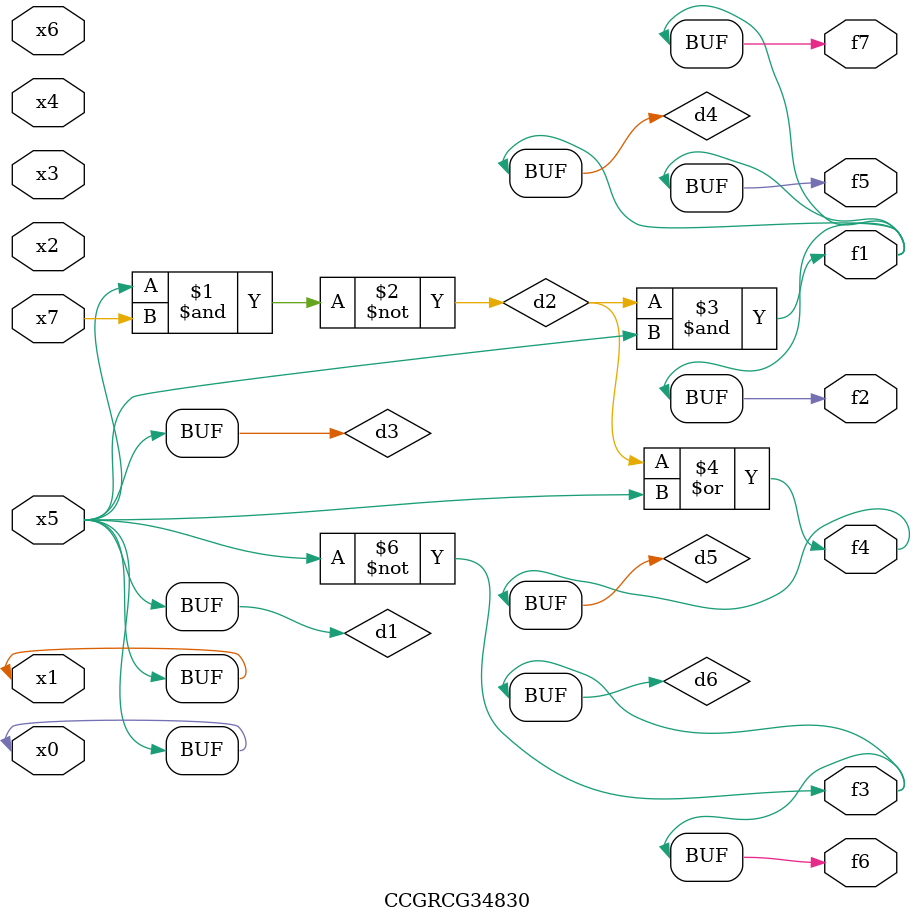
<source format=v>
module CCGRCG34830(
	input x0, x1, x2, x3, x4, x5, x6, x7,
	output f1, f2, f3, f4, f5, f6, f7
);

	wire d1, d2, d3, d4, d5, d6;

	buf (d1, x0, x5);
	nand (d2, x5, x7);
	buf (d3, x0, x1);
	and (d4, d2, d3);
	or (d5, d2, d3);
	nor (d6, d1, d3);
	assign f1 = d4;
	assign f2 = d4;
	assign f3 = d6;
	assign f4 = d5;
	assign f5 = d4;
	assign f6 = d6;
	assign f7 = d4;
endmodule

</source>
